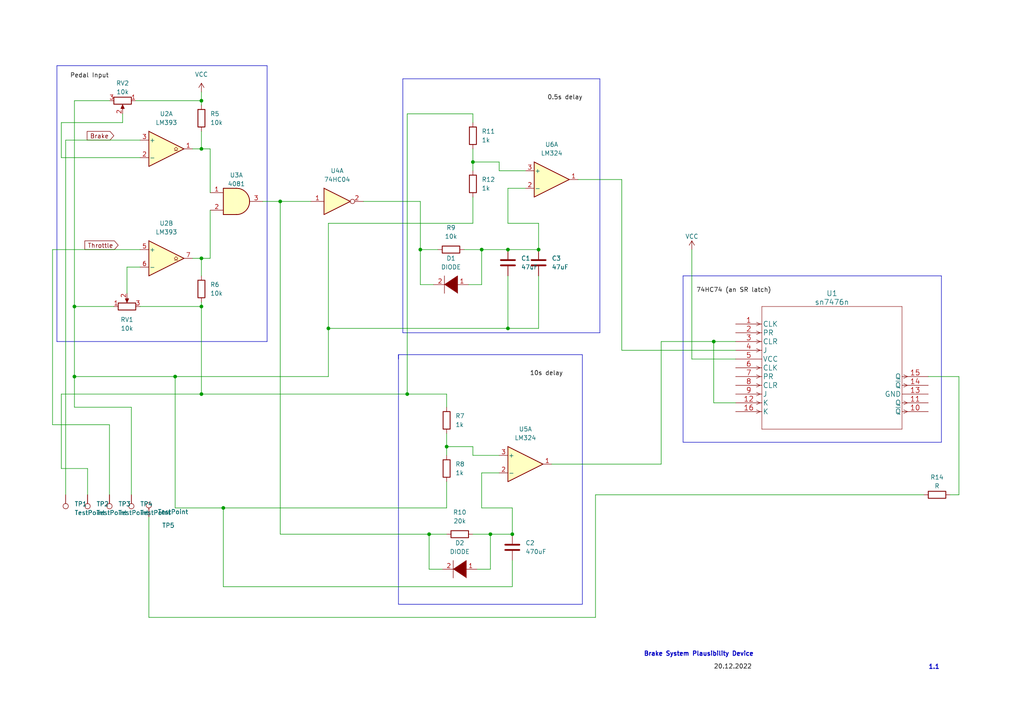
<source format=kicad_sch>
(kicad_sch (version 20230121) (generator eeschema)
  (paper "A4")
  (lib_symbols
    (symbol "2023-03-27_15-29-08:sn7476n" (pin_names (offset 0.254))
      (property "Reference" "U" (at 27.94 10.16 0))
      (property "Value" "sn7476n" (at 27.94 7.62 0))
      (symbol "sn7476n_1_1"
        (polyline (pts (xy 7.112 -25.4) (xy 6.0452 -25.908)) (stroke (width 0.127)))
        (polyline (pts (xy 7.112 -25.4) (xy 6.0452 -24.892)) (stroke (width 0.127)))
        (polyline (pts (xy 7.112 -22.86) (xy 6.0452 -23.368)) (stroke (width 0.127)))
        (polyline (pts (xy 7.112 -22.86) (xy 6.0452 -22.352)) (stroke (width 0.127)))
        (polyline (pts (xy 7.112 -20.32) (xy 6.0452 -20.828)) (stroke (width 0.127)))
        (polyline (pts (xy 7.112 -20.32) (xy 6.0452 -19.812)) (stroke (width 0.127)))
        (polyline (pts (xy 7.112 -17.78) (xy 6.0452 -18.288)) (stroke (width 0.127)))
        (polyline (pts (xy 7.112 -17.78) (xy 6.0452 -17.272)) (stroke (width 0.127)))
        (polyline (pts (xy 7.112 -15.24) (xy 6.0452 -15.748)) (stroke (width 0.127)))
        (polyline (pts (xy 7.112 -15.24) (xy 6.0452 -14.732)) (stroke (width 0.127)))
        (polyline (pts (xy 7.112 -12.7) (xy 6.0452 -13.208)) (stroke (width 0.127)))
        (polyline (pts (xy 7.112 -12.7) (xy 6.0452 -12.192)) (stroke (width 0.127)))
        (polyline (pts (xy 7.112 -7.62) (xy 6.0452 -8.128)) (stroke (width 0.127)))
        (polyline (pts (xy 7.112 -7.62) (xy 6.0452 -7.112)) (stroke (width 0.127)))
        (polyline (pts (xy 7.112 -5.08) (xy 6.0452 -5.588)) (stroke (width 0.127)))
        (polyline (pts (xy 7.112 -5.08) (xy 6.0452 -4.572)) (stroke (width 0.127)))
        (polyline (pts (xy 7.112 -2.54) (xy 6.0452 -3.048)) (stroke (width 0.127)))
        (polyline (pts (xy 7.112 -2.54) (xy 6.0452 -2.032)) (stroke (width 0.127)))
        (polyline (pts (xy 7.112 0) (xy 6.0452 -0.508)) (stroke (width 0.127)))
        (polyline (pts (xy 7.112 0) (xy 6.0452 0.508)) (stroke (width 0.127)))
        (polyline (pts (xy 7.62 -30.48) (xy 48.26 -30.48)) (stroke (width 0.127)))
        (polyline (pts (xy 7.62 5.08) (xy 7.62 -30.48)) (stroke (width 0.127)))
        (polyline (pts (xy 48.26 -30.48) (xy 48.26 5.08)) (stroke (width 0.127)))
        (polyline (pts (xy 48.26 5.08) (xy 7.62 5.08)) (stroke (width 0.127)))
        (polyline (pts (xy 48.768 -25.908) (xy 49.8348 -25.4)) (stroke (width 0.127)))
        (polyline (pts (xy 48.768 -24.892) (xy 49.8348 -25.4)) (stroke (width 0.127)))
        (polyline (pts (xy 48.768 -23.368) (xy 49.8348 -22.86)) (stroke (width 0.127)))
        (polyline (pts (xy 48.768 -22.352) (xy 49.8348 -22.86)) (stroke (width 0.127)))
        (polyline (pts (xy 48.768 -18.288) (xy 49.8348 -17.78)) (stroke (width 0.127)))
        (polyline (pts (xy 48.768 -17.272) (xy 49.8348 -17.78)) (stroke (width 0.127)))
        (polyline (pts (xy 48.768 -15.748) (xy 49.8348 -15.24)) (stroke (width 0.127)))
        (polyline (pts (xy 48.768 -14.732) (xy 49.8348 -15.24)) (stroke (width 0.127)))
        (pin input line (at 0 0 0) (length 7.62) (name "CLK") (number "1"))
        (pin output line (at 55.88 -25.4 180) (length 7.62) (name "~{Q}") (number "10"))
        (pin output line (at 55.88 -22.86 180) (length 7.62) (name "Q") (number "11"))
        (pin input line (at 0 -22.86 0) (length 7.62) (name "K") (number "12"))
        (pin power_in line (at 55.88 -20.32 180) (length 7.62) (name "GND") (number "13"))
        (pin output line (at 55.88 -17.78 180) (length 7.62) (name "~{Q}") (number "14"))
        (pin output line (at 55.88 -15.24 180) (length 7.62) (name "Q") (number "15"))
        (pin input line (at 0 -25.4 0) (length 7.62) (name "K") (number "16"))
        (pin input line (at 0 -2.54 0) (length 7.62) (name "PR") (number "2"))
        (pin input line (at 0 -5.08 0) (length 7.62) (name "CLR") (number "3"))
        (pin input line (at 0 -7.62 0) (length 7.62) (name "J") (number "4"))
        (pin power_in line (at 0 -10.16 0) (length 7.62) (name "VCC") (number "5"))
        (pin input line (at 0 -12.7 0) (length 7.62) (name "CLK") (number "6"))
        (pin input line (at 0 -15.24 0) (length 7.62) (name "PR") (number "7"))
        (pin input line (at 0 -17.78 0) (length 7.62) (name "CLR") (number "8"))
        (pin input line (at 0 -20.32 0) (length 7.62) (name "J") (number "9"))
      )
    )
    (symbol "4xxx:4081" (pin_names (offset 1.016))
      (property "Reference" "U" (at 0 1.27 0))
      (property "Value" "4081" (at 0 -1.27 0))
      (symbol "4081_1_1"
        (arc (start 0 -3.81) (mid 3.7934 0) (end 0 3.81) (stroke (width 0.254)) (fill (type background)))
        (polyline (pts (xy 0 3.81) (xy -3.81 3.81) (xy -3.81 -3.81) (xy 0 -3.81)) (stroke (width 0.254)) (fill (type background)))
        (pin input line (at -7.62 2.54 0) (length 3.81) (name "~") (number "1"))
        (pin input line (at -7.62 -2.54 0) (length 3.81) (name "~") (number "2"))
        (pin output line (at 7.62 0 180) (length 3.81) (name "~") (number "3"))
      )
      (symbol "4081_1_2"
        (arc (start -3.81 -3.81) (mid -2.589 0) (end -3.81 3.81) (stroke (width 0.254)))
        (arc (start -0.6096 -3.81) (mid 2.1842 -2.5851) (end 3.81 0) (stroke (width 0.254)) (fill (type background)))
        (polyline (pts (xy -3.81 -3.81) (xy -0.635 -3.81)) (stroke (width 0.254)) (fill (type background)))
        (polyline (pts (xy -3.81 3.81) (xy -0.635 3.81)) (stroke (width 0.254)) (fill (type background)))
        (polyline (pts (xy -0.635 3.81) (xy -3.81 3.81) (xy -3.81 3.81) (xy -3.556 3.4036) (xy -3.0226 2.2606) (xy -2.6924 1.0414) (xy -2.6162 -0.254) (xy -2.7686 -1.4986) (xy -3.175 -2.7178) (xy -3.81 -3.81) (xy -3.81 -3.81) (xy -0.635 -3.81)) (stroke (width -25.4)) (fill (type background)))
        (arc (start 3.81 0) (mid 2.1915 2.5936) (end -0.6096 3.81) (stroke (width 0.254)) (fill (type background)))
        (pin input inverted (at -7.62 2.54 0) (length 4.318) (name "~") (number "1"))
        (pin input inverted (at -7.62 -2.54 0) (length 4.318) (name "~") (number "2"))
        (pin output inverted (at 7.62 0 180) (length 3.81) (name "~") (number "3"))
      )
      (symbol "4081_2_1"
        (arc (start 0 -3.81) (mid 3.7934 0) (end 0 3.81) (stroke (width 0.254)) (fill (type background)))
        (polyline (pts (xy 0 3.81) (xy -3.81 3.81) (xy -3.81 -3.81) (xy 0 -3.81)) (stroke (width 0.254)) (fill (type background)))
        (pin output line (at 7.62 0 180) (length 3.81) (name "~") (number "4"))
        (pin input line (at -7.62 2.54 0) (length 3.81) (name "~") (number "5"))
        (pin input line (at -7.62 -2.54 0) (length 3.81) (name "~") (number "6"))
      )
      (symbol "4081_2_2"
        (arc (start -3.81 -3.81) (mid -2.589 0) (end -3.81 3.81) (stroke (width 0.254)))
        (arc (start -0.6096 -3.81) (mid 2.1842 -2.5851) (end 3.81 0) (stroke (width 0.254)) (fill (type background)))
        (polyline (pts (xy -3.81 -3.81) (xy -0.635 -3.81)) (stroke (width 0.254)) (fill (type background)))
        (polyline (pts (xy -3.81 3.81) (xy -0.635 3.81)) (stroke (width 0.254)) (fill (type background)))
        (polyline (pts (xy -0.635 3.81) (xy -3.81 3.81) (xy -3.81 3.81) (xy -3.556 3.4036) (xy -3.0226 2.2606) (xy -2.6924 1.0414) (xy -2.6162 -0.254) (xy -2.7686 -1.4986) (xy -3.175 -2.7178) (xy -3.81 -3.81) (xy -3.81 -3.81) (xy -0.635 -3.81)) (stroke (width -25.4)) (fill (type background)))
        (arc (start 3.81 0) (mid 2.1915 2.5936) (end -0.6096 3.81) (stroke (width 0.254)) (fill (type background)))
        (pin output inverted (at 7.62 0 180) (length 3.81) (name "~") (number "4"))
        (pin input inverted (at -7.62 2.54 0) (length 4.318) (name "~") (number "5"))
        (pin input inverted (at -7.62 -2.54 0) (length 4.318) (name "~") (number "6"))
      )
      (symbol "4081_3_1"
        (arc (start 0 -3.81) (mid 3.7934 0) (end 0 3.81) (stroke (width 0.254)) (fill (type background)))
        (polyline (pts (xy 0 3.81) (xy -3.81 3.81) (xy -3.81 -3.81) (xy 0 -3.81)) (stroke (width 0.254)) (fill (type background)))
        (pin output line (at 7.62 0 180) (length 3.81) (name "~") (number "10"))
        (pin input line (at -7.62 2.54 0) (length 3.81) (name "~") (number "8"))
        (pin input line (at -7.62 -2.54 0) (length 3.81) (name "~") (number "9"))
      )
      (symbol "4081_3_2"
        (arc (start -3.81 -3.81) (mid -2.589 0) (end -3.81 3.81) (stroke (width 0.254)))
        (arc (start -0.6096 -3.81) (mid 2.1842 -2.5851) (end 3.81 0) (stroke (width 0.254)) (fill (type background)))
        (polyline (pts (xy -3.81 -3.81) (xy -0.635 -3.81)) (stroke (width 0.254)) (fill (type background)))
        (polyline (pts (xy -3.81 3.81) (xy -0.635 3.81)) (stroke (width 0.254)) (fill (type background)))
        (polyline (pts (xy -0.635 3.81) (xy -3.81 3.81) (xy -3.81 3.81) (xy -3.556 3.4036) (xy -3.0226 2.2606) (xy -2.6924 1.0414) (xy -2.6162 -0.254) (xy -2.7686 -1.4986) (xy -3.175 -2.7178) (xy -3.81 -3.81) (xy -3.81 -3.81) (xy -0.635 -3.81)) (stroke (width -25.4)) (fill (type background)))
        (arc (start 3.81 0) (mid 2.1915 2.5936) (end -0.6096 3.81) (stroke (width 0.254)) (fill (type background)))
        (pin output inverted (at 7.62 0 180) (length 3.81) (name "~") (number "10"))
        (pin input inverted (at -7.62 2.54 0) (length 4.318) (name "~") (number "8"))
        (pin input inverted (at -7.62 -2.54 0) (length 4.318) (name "~") (number "9"))
      )
      (symbol "4081_4_1"
        (arc (start 0 -3.81) (mid 3.7934 0) (end 0 3.81) (stroke (width 0.254)) (fill (type background)))
        (polyline (pts (xy 0 3.81) (xy -3.81 3.81) (xy -3.81 -3.81) (xy 0 -3.81)) (stroke (width 0.254)) (fill (type background)))
        (pin output line (at 7.62 0 180) (length 3.81) (name "~") (number "11"))
        (pin input line (at -7.62 2.54 0) (length 3.81) (name "~") (number "12"))
        (pin input line (at -7.62 -2.54 0) (length 3.81) (name "~") (number "13"))
      )
      (symbol "4081_4_2"
        (arc (start -3.81 -3.81) (mid -2.589 0) (end -3.81 3.81) (stroke (width 0.254)))
        (arc (start -0.6096 -3.81) (mid 2.1842 -2.5851) (end 3.81 0) (stroke (width 0.254)) (fill (type background)))
        (polyline (pts (xy -3.81 -3.81) (xy -0.635 -3.81)) (stroke (width 0.254)) (fill (type background)))
        (polyline (pts (xy -3.81 3.81) (xy -0.635 3.81)) (stroke (width 0.254)) (fill (type background)))
        (polyline (pts (xy -0.635 3.81) (xy -3.81 3.81) (xy -3.81 3.81) (xy -3.556 3.4036) (xy -3.0226 2.2606) (xy -2.6924 1.0414) (xy -2.6162 -0.254) (xy -2.7686 -1.4986) (xy -3.175 -2.7178) (xy -3.81 -3.81) (xy -3.81 -3.81) (xy -0.635 -3.81)) (stroke (width -25.4)) (fill (type background)))
        (arc (start 3.81 0) (mid 2.1915 2.5936) (end -0.6096 3.81) (stroke (width 0.254)) (fill (type background)))
        (pin output inverted (at 7.62 0 180) (length 3.81) (name "~") (number "11"))
        (pin input inverted (at -7.62 2.54 0) (length 4.318) (name "~") (number "12"))
        (pin input inverted (at -7.62 -2.54 0) (length 4.318) (name "~") (number "13"))
      )
      (symbol "4081_5_0"
        (pin power_in line (at 0 12.7 270) (length 5.08) (name "VDD") (number "14"))
        (pin power_in line (at 0 -12.7 90) (length 5.08) (name "VSS") (number "7"))
      )
      (symbol "4081_5_1"
        (rectangle (start -5.08 7.62) (end 5.08 -7.62) (stroke (width 0.254)) (fill (type background)))
      )
    )
    (symbol "74xx:74HC04"
      (property "Reference" "U" (at 0 1.27 0))
      (property "Value" "74HC04" (at 0 -1.27 0))
      (symbol "74HC04_1_0"
        (polyline (pts (xy -3.81 3.81) (xy -3.81 -3.81) (xy 3.81 0) (xy -3.81 3.81)) (stroke (width 0.254)) (fill (type background)))
        (pin input line (at -7.62 0 0) (length 3.81) (name "~") (number "1"))
        (pin output inverted (at 7.62 0 180) (length 3.81) (name "~") (number "2"))
      )
      (symbol "74HC04_2_0"
        (polyline (pts (xy -3.81 3.81) (xy -3.81 -3.81) (xy 3.81 0) (xy -3.81 3.81)) (stroke (width 0.254)) (fill (type background)))
        (pin input line (at -7.62 0 0) (length 3.81) (name "~") (number "3"))
        (pin output inverted (at 7.62 0 180) (length 3.81) (name "~") (number "4"))
      )
      (symbol "74HC04_3_0"
        (polyline (pts (xy -3.81 3.81) (xy -3.81 -3.81) (xy 3.81 0) (xy -3.81 3.81)) (stroke (width 0.254)) (fill (type background)))
        (pin input line (at -7.62 0 0) (length 3.81) (name "~") (number "5"))
        (pin output inverted (at 7.62 0 180) (length 3.81) (name "~") (number "6"))
      )
      (symbol "74HC04_4_0"
        (polyline (pts (xy -3.81 3.81) (xy -3.81 -3.81) (xy 3.81 0) (xy -3.81 3.81)) (stroke (width 0.254)) (fill (type background)))
        (pin output inverted (at 7.62 0 180) (length 3.81) (name "~") (number "8"))
        (pin input line (at -7.62 0 0) (length 3.81) (name "~") (number "9"))
      )
      (symbol "74HC04_5_0"
        (polyline (pts (xy -3.81 3.81) (xy -3.81 -3.81) (xy 3.81 0) (xy -3.81 3.81)) (stroke (width 0.254)) (fill (type background)))
        (pin output inverted (at 7.62 0 180) (length 3.81) (name "~") (number "10"))
        (pin input line (at -7.62 0 0) (length 3.81) (name "~") (number "11"))
      )
      (symbol "74HC04_6_0"
        (polyline (pts (xy -3.81 3.81) (xy -3.81 -3.81) (xy 3.81 0) (xy -3.81 3.81)) (stroke (width 0.254)) (fill (type background)))
        (pin output inverted (at 7.62 0 180) (length 3.81) (name "~") (number "12"))
        (pin input line (at -7.62 0 0) (length 3.81) (name "~") (number "13"))
      )
      (symbol "74HC04_7_0"
        (pin power_in line (at 0 12.7 270) (length 5.08) (name "VCC") (number "14"))
        (pin power_in line (at 0 -12.7 90) (length 5.08) (name "GND") (number "7"))
      )
      (symbol "74HC04_7_1"
        (rectangle (start -5.08 7.62) (end 5.08 -7.62) (stroke (width 0.254)) (fill (type background)))
      )
    )
    (symbol "Amplifier_Operational:LM324" (pin_names (offset 0.127))
      (property "Reference" "U" (at 0 5.08 0))
      (property "Value" "LM324" (at 0 -5.08 0))
      (symbol "LM324_1_1"
        (polyline (pts (xy -5.08 5.08) (xy 5.08 0) (xy -5.08 -5.08) (xy -5.08 5.08)) (stroke (width 0.254)) (fill (type background)))
        (pin output line (at 7.62 0 180) (length 2.54) (name "~") (number "1"))
        (pin input line (at -7.62 -2.54 0) (length 2.54) (name "-") (number "2"))
        (pin input line (at -7.62 2.54 0) (length 2.54) (name "+") (number "3"))
      )
      (symbol "LM324_2_1"
        (polyline (pts (xy -5.08 5.08) (xy 5.08 0) (xy -5.08 -5.08) (xy -5.08 5.08)) (stroke (width 0.254)) (fill (type background)))
        (pin input line (at -7.62 2.54 0) (length 2.54) (name "+") (number "5"))
        (pin input line (at -7.62 -2.54 0) (length 2.54) (name "-") (number "6"))
        (pin output line (at 7.62 0 180) (length 2.54) (name "~") (number "7"))
      )
      (symbol "LM324_3_1"
        (polyline (pts (xy -5.08 5.08) (xy 5.08 0) (xy -5.08 -5.08) (xy -5.08 5.08)) (stroke (width 0.254)) (fill (type background)))
        (pin input line (at -7.62 2.54 0) (length 2.54) (name "+") (number "10"))
        (pin output line (at 7.62 0 180) (length 2.54) (name "~") (number "8"))
        (pin input line (at -7.62 -2.54 0) (length 2.54) (name "-") (number "9"))
      )
      (symbol "LM324_4_1"
        (polyline (pts (xy -5.08 5.08) (xy 5.08 0) (xy -5.08 -5.08) (xy -5.08 5.08)) (stroke (width 0.254)) (fill (type background)))
        (pin input line (at -7.62 2.54 0) (length 2.54) (name "+") (number "12"))
        (pin input line (at -7.62 -2.54 0) (length 2.54) (name "-") (number "13"))
        (pin output line (at 7.62 0 180) (length 2.54) (name "~") (number "14"))
      )
      (symbol "LM324_5_1"
        (pin power_in line (at -2.54 -7.62 90) (length 3.81) (name "V-") (number "11"))
        (pin power_in line (at -2.54 7.62 270) (length 3.81) (name "V+") (number "4"))
      )
    )
    (symbol "Comparator:LM393" (pin_names (offset 0.127))
      (property "Reference" "U" (at 3.81 3.81 0))
      (property "Value" "LM393" (at 6.35 -3.81 0))
      (symbol "LM393_1_1"
        (polyline (pts (xy -5.08 5.08) (xy 5.08 0) (xy -5.08 -5.08) (xy -5.08 5.08)) (stroke (width 0.254)) (fill (type background)))
        (polyline (pts (xy 3.302 -0.508) (xy 2.794 -0.508) (xy 3.302 0) (xy 2.794 0.508) (xy 2.286 0) (xy 2.794 -0.508) (xy 2.286 -0.508)) (stroke (width 0.127)))
        (pin open_collector line (at 7.62 0 180) (length 2.54) (name "~") (number "1"))
        (pin input line (at -7.62 -2.54 0) (length 2.54) (name "-") (number "2"))
        (pin input line (at -7.62 2.54 0) (length 2.54) (name "+") (number "3"))
      )
      (symbol "LM393_2_1"
        (polyline (pts (xy -5.08 5.08) (xy 5.08 0) (xy -5.08 -5.08) (xy -5.08 5.08)) (stroke (width 0.254)) (fill (type background)))
        (polyline (pts (xy 3.302 -0.508) (xy 2.794 -0.508) (xy 3.302 0) (xy 2.794 0.508) (xy 2.286 0) (xy 2.794 -0.508) (xy 2.286 -0.508)) (stroke (width 0.127)))
        (pin input line (at -7.62 2.54 0) (length 2.54) (name "+") (number "5"))
        (pin input line (at -7.62 -2.54 0) (length 2.54) (name "-") (number "6"))
        (pin open_collector line (at 7.62 0 180) (length 2.54) (name "~") (number "7"))
      )
      (symbol "LM393_3_1"
        (pin power_in line (at -2.54 -7.62 90) (length 3.81) (name "V-") (number "4"))
        (pin power_in line (at -2.54 7.62 270) (length 3.81) (name "V+") (number "8"))
      )
    )
    (symbol "Connector:TestPoint" (pin_numbers hide) (pin_names (offset 0.762) hide)
      (property "Reference" "TP" (at 0 6.858 0))
      (property "Value" "TestPoint" (at 0 5.08 0))
      (symbol "TestPoint_0_1"
        (circle (center 0 3.302) (radius 0.762))
      )
      (symbol "TestPoint_1_1"
        (pin passive line (at 0 0 90) (length 2.54) (name "1") (number "1"))
      )
    )
    (symbol "Device:C" (pin_numbers hide) (pin_names (offset 0.254))
      (property "Reference" "C" (at 0.635 2.54 0))
      (property "Value" "C" (at 0.635 -2.54 0))
      (symbol "C_0_1"
        (polyline (pts (xy -2.032 -0.762) (xy 2.032 -0.762)) (stroke (width 0.508)))
        (polyline (pts (xy -2.032 0.762) (xy 2.032 0.762)) (stroke (width 0.508)))
      )
      (symbol "C_1_1"
        (pin passive line (at 0 3.81 270) (length 2.794) (name "~") (number "1"))
        (pin passive line (at 0 -3.81 90) (length 2.794) (name "~") (number "2"))
      )
    )
    (symbol "Device:R" (pin_numbers hide) (pin_names (offset 0))
      (property "Reference" "R" (at 2.032 0 90))
      (property "Value" "R" (at 0 0 90))
      (symbol "R_0_1"
        (rectangle (start -1.016 -2.54) (end 1.016 2.54) (stroke (width 0.254)))
      )
      (symbol "R_1_1"
        (pin passive line (at 0 3.81 270) (length 1.27) (name "~") (number "1"))
        (pin passive line (at 0 -3.81 90) (length 1.27) (name "~") (number "2"))
      )
    )
    (symbol "Device:R_Potentiometer" (pin_names (offset 1.016) hide)
      (property "Reference" "RV" (at -4.445 0 90))
      (property "Value" "R_Potentiometer" (at -2.54 0 90))
      (symbol "R_Potentiometer_0_1"
        (polyline (pts (xy 2.54 0) (xy 1.524 0)))
        (polyline (pts (xy 1.143 0) (xy 2.286 0.508) (xy 2.286 -0.508) (xy 1.143 0)) (fill (type outline)))
        (rectangle (start 1.016 2.54) (end -1.016 -2.54) (stroke (width 0.254)))
      )
      (symbol "R_Potentiometer_1_1"
        (pin passive line (at 0 3.81 270) (length 1.27) (name "1") (number "1"))
        (pin passive line (at 3.81 0 180) (length 1.27) (name "2") (number "2"))
        (pin passive line (at 0 -3.81 90) (length 1.27) (name "3") (number "3"))
      )
    )
    (symbol "VCC_1" (power) (pin_names (offset 0))
      (property "Value" "VCC_1" (at 0 3.81 0))
      (symbol "VCC_1_0_1"
        (polyline (pts (xy -0.762 1.27) (xy 0 2.54)))
        (polyline (pts (xy 0 0) (xy 0 2.54)))
        (polyline (pts (xy 0 2.54) (xy 0.762 1.27)))
      )
      (symbol "VCC_1_1_1"
        (pin power_in line (at 0 0 90) (length 0) hide (name "VCC") (number "1"))
      )
    )
    (symbol "power:VCC" (power) (pin_names (offset 0))
      (property "Value" "VCC" (at 0 3.81 0))
      (symbol "VCC_0_1"
        (polyline (pts (xy -0.762 1.27) (xy 0 2.54)))
        (polyline (pts (xy 0 0) (xy 0 2.54)))
        (polyline (pts (xy 0 2.54) (xy 0.762 1.27)))
      )
      (symbol "VCC_1_1"
        (pin power_in line (at 0 0 90) (length 0) hide (name "VCC") (number "1"))
      )
    )
    (symbol "pspice:DIODE" (pin_names (offset 1.016) hide)
      (property "Reference" "D" (at 0 3.81 0))
      (property "Value" "DIODE" (at 0 -4.445 0))
      (symbol "DIODE_0_1"
        (polyline (pts (xy 1.905 2.54) (xy 1.905 -2.54)))
        (polyline (pts (xy -1.905 2.54) (xy -1.905 -2.54) (xy 1.905 0)) (fill (type outline)))
      )
      (symbol "DIODE_1_1"
        (pin input line (at -5.08 0 0) (length 3.81) (name "K") (number "1"))
        (pin input line (at 5.08 0 180) (length 3.81) (name "A") (number "2"))
      )
    )
  )
  (junction (at 58.42 114.3))
  (junction (at 64.77 147.32))
  (junction (at 147.32 72.39))
  (junction (at 50.8 109.22))
  (junction (at 148.59 154.94))
  (junction (at 156.21 72.39))
  (junction (at 121.92 72.39))
  (junction (at 58.42 74.93))
  (junction (at 129.54 129.54))
  (junction (at 207.01 99.06))
  (junction (at 21.59 109.22))
  (junction (at 81.28 58.42))
  (junction (at 58.42 29.21))
  (junction (at 142.24 154.94))
  (junction (at 124.46 154.94))
  (junction (at 58.42 43.18))
  (junction (at 147.32 95.25))
  (junction (at 21.59 88.9))
  (junction (at 95.25 95.25))
  (junction (at 118.11 114.3))
  (junction (at 139.7 72.39))
  (junction (at 58.42 88.9))
  (junction (at 137.16 46.99))
  (wire (pts (xy 148.59 147.32) (xy 139.7 147.32)))
  (wire (pts (xy 64.77 147.32) (xy 64.77 170.18)))
  (wire (pts (xy 278.13 109.22) (xy 269.24 109.22)))
  (wire (pts (xy 21.59 29.21) (xy 31.75 29.21)))
  (polyline (pts (xy 77.47 19.05) (xy 16.51 19.05)))
  (wire (pts (xy 40.64 88.9) (xy 58.42 88.9)))
  (wire (pts (xy 156.21 95.25) (xy 147.32 95.25)))
  (wire (pts (xy 137.16 46.99) (xy 144.78 46.99)))
  (polyline (pts (xy 168.91 102.87) (xy 115.57 102.87)))
  (wire (pts (xy 95.25 64.77) (xy 95.25 95.25)))
  (wire (pts (xy 128.27 165.1) (xy 124.46 165.1)))
  (wire (pts (xy 15.24 123.19) (xy 31.75 123.19)))
  (wire (pts (xy 58.42 114.3) (xy 17.78 114.3)))
  (wire (pts (xy 172.72 143.51) (xy 172.72 179.07)))
  (wire (pts (xy 17.78 45.72) (xy 40.64 45.72)))
  (wire (pts (xy 180.34 101.6) (xy 213.36 101.6)))
  (wire (pts (xy 125.73 82.55) (xy 121.92 82.55)))
  (wire (pts (xy 148.59 154.94) (xy 148.59 147.32)))
  (wire (pts (xy 64.77 147.32) (xy 50.8 147.32)))
  (wire (pts (xy 58.42 74.93) (xy 58.42 80.01)))
  (polyline (pts (xy 198.12 80.01) (xy 273.05 80.01)))
  (wire (pts (xy 213.36 104.14) (xy 200.66 104.14)))
  (polyline (pts (xy 115.57 102.87) (xy 115.57 175.26)))
  (polyline (pts (xy 116.84 22.86) (xy 116.84 96.52)))
  (wire (pts (xy 147.32 95.25) (xy 95.25 95.25)))
  (wire (pts (xy 50.8 147.32) (xy 50.8 109.22)))
  (wire (pts (xy 31.75 123.19) (xy 31.75 143.51)))
  (polyline (pts (xy 198.12 128.27) (xy 198.12 80.01)))
  (wire (pts (xy 137.16 33.02) (xy 118.11 33.02)))
  (wire (pts (xy 191.77 99.06) (xy 191.77 134.62)))
  (wire (pts (xy 200.66 72.39) (xy 200.66 104.14)))
  (wire (pts (xy 147.32 64.77) (xy 147.32 54.61)))
  (wire (pts (xy 207.01 99.06) (xy 191.77 99.06)))
  (polyline (pts (xy 273.05 80.01) (xy 273.05 128.27)))
  (wire (pts (xy 50.8 109.22) (xy 21.59 109.22)))
  (wire (pts (xy 137.16 46.99) (xy 137.16 49.53)))
  (wire (pts (xy 35.56 33.02) (xy 35.56 35.56)))
  (wire (pts (xy 137.16 43.18) (xy 137.16 46.99)))
  (polyline (pts (xy 116.84 96.52) (xy 173.99 96.52)))
  (wire (pts (xy 60.96 43.18) (xy 60.96 55.88)))
  (polyline (pts (xy 16.51 19.05) (xy 16.51 99.06)))
  (wire (pts (xy 139.7 72.39) (xy 139.7 82.55)))
  (wire (pts (xy 124.46 165.1) (xy 124.46 154.94)))
  (wire (pts (xy 15.24 72.39) (xy 15.24 123.19)))
  (wire (pts (xy 21.59 109.22) (xy 21.59 118.11)))
  (wire (pts (xy 129.54 114.3) (xy 129.54 118.11)))
  (wire (pts (xy 25.4 135.89) (xy 25.4 143.51)))
  (wire (pts (xy 213.36 99.06) (xy 207.01 99.06)))
  (wire (pts (xy 129.54 129.54) (xy 129.54 132.08)))
  (wire (pts (xy 81.28 154.94) (xy 81.28 58.42)))
  (wire (pts (xy 38.1 118.11) (xy 21.59 118.11)))
  (wire (pts (xy 129.54 125.73) (xy 129.54 129.54)))
  (wire (pts (xy 36.83 77.47) (xy 40.64 77.47)))
  (wire (pts (xy 58.42 88.9) (xy 58.42 114.3)))
  (wire (pts (xy 139.7 137.16) (xy 144.78 137.16)))
  (wire (pts (xy 139.7 72.39) (xy 147.32 72.39)))
  (wire (pts (xy 17.78 114.3) (xy 17.78 135.89)))
  (wire (pts (xy 21.59 88.9) (xy 21.59 109.22)))
  (wire (pts (xy 142.24 154.94) (xy 142.24 165.1)))
  (wire (pts (xy 60.96 60.96) (xy 60.96 74.93)))
  (wire (pts (xy 55.88 74.93) (xy 58.42 74.93)))
  (wire (pts (xy 118.11 33.02) (xy 118.11 114.3)))
  (wire (pts (xy 160.02 134.62) (xy 191.77 134.62)))
  (wire (pts (xy 156.21 72.39) (xy 156.21 64.77)))
  (wire (pts (xy 105.41 58.42) (xy 121.92 58.42)))
  (wire (pts (xy 40.64 72.39) (xy 15.24 72.39)))
  (polyline (pts (xy 115.57 102.87) (xy 115.57 104.14)))
  (wire (pts (xy 39.37 29.21) (xy 58.42 29.21)))
  (wire (pts (xy 21.59 88.9) (xy 33.02 88.9)))
  (wire (pts (xy 156.21 80.01) (xy 156.21 95.25)))
  (wire (pts (xy 137.16 154.94) (xy 142.24 154.94)))
  (wire (pts (xy 156.21 64.77) (xy 147.32 64.77)))
  (wire (pts (xy 137.16 64.77) (xy 95.25 64.77)))
  (wire (pts (xy 43.18 179.07) (xy 172.72 179.07)))
  (wire (pts (xy 17.78 35.56) (xy 17.78 45.72)))
  (polyline (pts (xy 115.57 175.26) (xy 168.91 175.26)))
  (wire (pts (xy 139.7 82.55) (xy 135.89 82.55)))
  (wire (pts (xy 121.92 58.42) (xy 121.92 72.39)))
  (wire (pts (xy 19.05 40.64) (xy 19.05 143.51)))
  (wire (pts (xy 278.13 109.22) (xy 278.13 143.51)))
  (wire (pts (xy 137.16 33.02) (xy 137.16 35.56)))
  (wire (pts (xy 129.54 139.7) (xy 129.54 147.32)))
  (wire (pts (xy 124.46 154.94) (xy 129.54 154.94)))
  (polyline (pts (xy 273.05 128.27) (xy 198.12 128.27)))
  (wire (pts (xy 139.7 147.32) (xy 139.7 137.16)))
  (polyline (pts (xy 173.99 22.86) (xy 116.84 22.86)))
  (wire (pts (xy 58.42 38.1) (xy 58.42 43.18)))
  (wire (pts (xy 144.78 46.99) (xy 144.78 49.53)))
  (wire (pts (xy 147.32 54.61) (xy 152.4 54.61)))
  (wire (pts (xy 137.16 57.15) (xy 137.16 64.77)))
  (wire (pts (xy 118.11 114.3) (xy 58.42 114.3)))
  (wire (pts (xy 58.42 26.67) (xy 58.42 29.21)))
  (wire (pts (xy 129.54 129.54) (xy 137.16 129.54)))
  (wire (pts (xy 278.13 143.51) (xy 275.59 143.51)))
  (wire (pts (xy 144.78 49.53) (xy 152.4 49.53)))
  (wire (pts (xy 81.28 154.94) (xy 124.46 154.94)))
  (wire (pts (xy 148.59 162.56) (xy 148.59 170.18)))
  (wire (pts (xy 137.16 132.08) (xy 144.78 132.08)))
  (wire (pts (xy 95.25 95.25) (xy 95.25 109.22)))
  (wire (pts (xy 147.32 72.39) (xy 156.21 72.39)))
  (wire (pts (xy 121.92 82.55) (xy 121.92 72.39)))
  (wire (pts (xy 40.64 40.64) (xy 19.05 40.64)))
  (wire (pts (xy 180.34 52.07) (xy 167.64 52.07)))
  (wire (pts (xy 213.36 116.84) (xy 207.01 116.84)))
  (wire (pts (xy 35.56 35.56) (xy 17.78 35.56)))
  (polyline (pts (xy 173.99 96.52) (xy 173.99 22.86)))
  (wire (pts (xy 147.32 80.01) (xy 147.32 95.25)))
  (wire (pts (xy 180.34 52.07) (xy 180.34 101.6)))
  (wire (pts (xy 58.42 88.9) (xy 58.42 87.63)))
  (wire (pts (xy 55.88 43.18) (xy 58.42 43.18)))
  (polyline (pts (xy 77.47 99.06) (xy 77.47 19.05)))
  (wire (pts (xy 38.1 143.51) (xy 38.1 118.11)))
  (wire (pts (xy 134.62 72.39) (xy 139.7 72.39)))
  (wire (pts (xy 58.42 74.93) (xy 60.96 74.93)))
  (wire (pts (xy 142.24 165.1) (xy 138.43 165.1)))
  (wire (pts (xy 81.28 58.42) (xy 90.17 58.42)))
  (wire (pts (xy 267.97 143.51) (xy 172.72 143.51)))
  (wire (pts (xy 58.42 29.21) (xy 58.42 30.48)))
  (wire (pts (xy 207.01 116.84) (xy 207.01 99.06)))
  (wire (pts (xy 129.54 147.32) (xy 64.77 147.32)))
  (wire (pts (xy 142.24 154.94) (xy 148.59 154.94)))
  (wire (pts (xy 36.83 77.47) (xy 36.83 85.09)))
  (wire (pts (xy 148.59 170.18) (xy 64.77 170.18)))
  (wire (pts (xy 137.16 129.54) (xy 137.16 132.08)))
  (wire (pts (xy 76.2 58.42) (xy 81.28 58.42)))
  (wire (pts (xy 129.54 114.3) (xy 118.11 114.3)))
  (wire (pts (xy 58.42 43.18) (xy 60.96 43.18)))
  (wire (pts (xy 95.25 109.22) (xy 50.8 109.22)))
  (wire (pts (xy 121.92 72.39) (xy 127 72.39)))
  (wire (pts (xy 17.78 135.89) (xy 25.4 135.89)))
  (wire (pts (xy 43.18 149.86) (xy 43.18 179.07)))
  (polyline (pts (xy 168.91 175.26) (xy 168.91 102.87)))
  (polyline (pts (xy 16.51 99.06) (xy 77.47 99.06)))
  (wire (pts (xy 21.59 29.21) (xy 21.59 88.9)))
  (text "Brake System Plausibility Device" (at 186.69 190.5 0) (effects (font (size 1.27 1.27) (thickness 0.254) bold) (justify left bottom)))
  (text "1.1" (at 269.24 194.31 0) (effects (font (size 1.27 1.27) bold) (justify left bottom)))
  (label "74HC74 (an SR latch)" (at 201.93 85.09 0))
  (label "0.5s delay" (at 158.75 29.21 0))
  (label "Pedal Input" (at 20.32 22.86 0))
  (label "10s delay" (at 153.67 109.22 0))
  (label "20.12.2022" (at 207.01 194.31 0))
  (global_label "Brake" (shape input) (at 33.02 39.37 180) (property "Intersheetrefs" "${INTERSHEET_REFS}" (effects hide)))
  (global_label "Throttle" (shape input) (at 34.29 71.12 180) (property "Intersheetrefs" "${INTERSHEET_REFS}" (effects hide)))
  (symbol (lib_id "Device:R") (at 129.54 121.92 0) (unit 1)
    (property "Reference" "R7" (at 132.08 120.6499 0) (effects (justify left)))
    (property "Value" "1k" (at 132.08 123.1899 0) (effects (justify left)))
    (property "Footprint" "Resistor_THT:R_Axial_DIN0204_L3.6mm_D1.6mm_P1.90mm_Vertical" (effects hide))
  )
  (symbol (lib_id "power:VCC") (at 58.42 26.67 0) (unit 1)
    (property "Reference" "#PWR0104" (effects hide))
    (property "Value" "VCC" (at 58.42 21.59 0))
  )
  (symbol (lib_id "Device:C") (at 156.21 76.2 0) (unit 1)
    (property "Reference" "C3" (at 160.02 74.9299 0) (effects (justify left)))
    (property "Value" "47uF" (at 160.02 77.4699 0) (effects (justify left)))
    (property "Footprint" "Capacitor_SMD:C_0201_0603Metric" (effects hide))
  )
  (symbol (lib_id "Device:R") (at 137.16 53.34 0) (unit 1)
    (property "Reference" "R12" (at 139.7 52.0699 0) (effects (justify left)))
    (property "Value" "1k" (at 139.7 54.6099 0) (effects (justify left)))
    (property "Footprint" "Resistor_THT:R_Axial_DIN0204_L3.6mm_D1.6mm_P1.90mm_Vertical" (effects hide))
  )
  (symbol (lib_id "Connector:TestPoint") (at 43.18 149.86 0) (unit 1)
    (property "Reference" "TP5" (at 46.99 152.4 0) (effects (justify left)))
    (property "Value" "TestPoint" (at 45.72 148.463 0) (effects (justify left)))
    (property "Footprint" "Connector_Pin:Pin_D0.7mm_L6.5mm_W1.8mm_FlatFork" (effects hide))
  )
  (symbol (lib_id "Device:R_Potentiometer") (at 35.56 29.21 270) (unit 1)
    (property "Reference" "RV2" (at 35.56 24.13 90))
    (property "Value" "10k" (at 35.56 26.67 90))
    (property "Footprint" "Potentiometer_THT:Potentiometer_ACP_CA9-H3,8_Horizontal" (effects hide))
  )
  (symbol (lib_id "Device:C") (at 148.59 158.75 0) (unit 1)
    (property "Reference" "C2" (at 152.4 157.4799 0) (effects (justify left)))
    (property "Value" "470uF" (at 152.4 160.0199 0) (effects (justify left)))
    (property "Footprint" "Capacitor_SMD:C_0201_0603Metric" (effects hide))
  )
  (symbol (lib_id "Device:R") (at 129.54 135.89 0) (unit 1)
    (property "Reference" "R8" (at 132.08 134.6199 0) (effects (justify left)))
    (property "Value" "1k" (at 132.08 137.1599 0) (effects (justify left)))
    (property "Footprint" "Resistor_THT:R_Axial_DIN0204_L3.6mm_D1.6mm_P1.90mm_Vertical" (effects hide))
  )
  (symbol (lib_id "Device:R_Potentiometer") (at 36.83 88.9 90) (unit 1)
    (property "Reference" "RV1" (at 36.83 92.71 90))
    (property "Value" "10k" (at 36.83 95.25 90))
    (property "Footprint" "Potentiometer_THT:Potentiometer_ACP_CA9-H3,8_Horizontal" (effects hide))
  )
  (symbol (lib_id "Device:R") (at 137.16 39.37 0) (unit 1)
    (property "Reference" "R11" (at 139.7 38.0999 0) (effects (justify left)))
    (property "Value" "1k" (at 139.7 40.6399 0) (effects (justify left)))
    (property "Footprint" "Resistor_THT:R_Axial_DIN0204_L3.6mm_D1.6mm_P1.90mm_Vertical" (effects hide))
  )
  (symbol (lib_id "Device:C") (at 147.32 76.2 0) (unit 1)
    (property "Reference" "C1" (at 151.13 74.9299 0) (effects (justify left)))
    (property "Value" "47uF" (at 151.13 77.4699 0) (effects (justify left)))
    (property "Footprint" "Capacitor_SMD:C_0201_0603Metric" (effects hide))
  )
  (symbol (lib_id "pspice:DIODE") (at 133.35 165.1 180) (unit 1)
    (property "Reference" "D2" (at 133.35 157.48 0))
    (property "Value" "DIODE" (at 133.35 160.02 0))
    (property "Footprint" "Diode_SMD:D_MELF" (effects hide))
  )
  (symbol (lib_id "Device:R") (at 133.35 154.94 90) (unit 1)
    (property "Reference" "R10" (at 133.35 148.59 90))
    (property "Value" "20k" (at 133.35 151.13 90))
    (property "Footprint" "Resistor_THT:R_Axial_DIN0204_L3.6mm_D1.6mm_P1.90mm_Vertical" (effects hide))
  )
  (symbol (lib_id "74xx:74HC04") (at 97.79 58.42 0) (unit 1)
    (property "Reference" "U4" (at 97.79 49.53 0))
    (property "Value" "74HC04" (at 97.79 52.07 0))
    (property "Footprint" "Package_DIP:DIP-14_W7.62mm" (effects hide))
    (property "Datasheet" "https://assets.nexperia.com/documents/data-sheet/74HC_HCT04.pdf" (effects hide))
  )
  (symbol (lib_id "Device:R") (at 130.81 72.39 90) (unit 1)
    (property "Reference" "R9" (at 130.81 66.04 90))
    (property "Value" "10k" (at 130.81 68.58 90))
    (property "Footprint" "Resistor_THT:R_Axial_DIN0204_L3.6mm_D1.6mm_P1.90mm_Vertical" (effects hide))
  )
  (symbol (lib_id "pspice:DIODE") (at 130.81 82.55 180) (unit 1)
    (property "Reference" "D1" (at 130.81 74.93 0))
    (property "Value" "DIODE" (at 130.81 77.47 0))
    (property "Footprint" "Diode_SMD:D_MELF" (effects hide))
  )
  (symbol (lib_id "Amplifier_Operational:LM324") (at 160.02 52.07 0) (unit 1)
    (property "Reference" "U6" (at 160.02 41.91 0))
    (property "Value" "LM324" (at 160.02 44.45 0))
    (property "Footprint" "Package_DIP:DIP-14_W7.62mm" (effects hide))
    (property "Datasheet" "http://www.ti.com/lit/ds/symlink/lm2902-n.pdf" (effects hide))
  )
  (symbol (lib_id "2023-03-27_15-29-08:sn7476n") (at 213.36 93.98 0) (unit 1)
    (property "Reference" "U1" (at 241.3 85.09 0) (effects (font (size 1.524 1.524))))
    (property "Value" "sn7476n" (at 241.3 87.63 0) (effects (font (size 1.524 1.524))))
    (property "Footprint" "Package_DIP:DIP-14_W7.62mm_Socket" (effects hide))
  )
  (symbol (lib_id "Comparator:LM393") (at 48.26 74.93 0) (unit 2)
    (property "Reference" "U2" (at 48.26 64.77 0))
    (property "Value" "LM393" (at 48.26 67.31 0))
    (property "Footprint" "Package_DIP:DIP-8-16_W7.62mm" (effects hide))
    (property "Datasheet" "http://www.ti.com/lit/ds/symlink/lm393.pdf" (effects hide))
  )
  (symbol (lib_id "Connector:TestPoint") (at 38.1 143.51 180) (unit 1)
    (property "Reference" "TP4" (at 40.64 146.177 0) (effects (justify right)))
    (property "Value" "TestPoint" (at 40.64 148.717 0) (effects (justify right)))
    (property "Footprint" "Connector_Pin:Pin_D0.7mm_L6.5mm_W1.8mm_FlatFork" (effects hide))
  )
  (symbol (lib_id "Device:R") (at 271.78 143.51 270) (unit 1)
    (property "Reference" "R14" (at 271.78 138.43 90))
    (property "Value" "R" (at 271.78 140.97 90))
    (property "Footprint" "Resistor_THT:R_Axial_DIN0204_L3.6mm_D1.6mm_P1.90mm_Vertical" (effects hide))
  )
  (symbol (lib_id "Connector:TestPoint") (at 31.75 143.51 180) (unit 1)
    (property "Reference" "TP3" (at 34.29 146.177 0) (effects (justify right)))
    (property "Value" "TestPoint" (at 34.29 148.717 0) (effects (justify right)))
    (property "Footprint" "Connector_Pin:Pin_D0.7mm_L6.5mm_W1.8mm_FlatFork" (effects hide))
  )
  (symbol (lib_id "Comparator:LM393") (at 48.26 43.18 0) (unit 1)
    (property "Reference" "U2" (at 48.26 33.02 0))
    (property "Value" "LM393" (at 48.26 35.56 0))
    (property "Footprint" "Package_DIP:DIP-8-16_W7.62mm" (effects hide))
    (property "Datasheet" "http://www.ti.com/lit/ds/symlink/lm393.pdf" (effects hide))
  )
  (symbol (lib_id "Connector:TestPoint") (at 25.4 143.51 180) (unit 1)
    (property "Reference" "TP2" (at 27.94 146.177 0) (effects (justify right)))
    (property "Value" "TestPoint" (at 27.94 148.717 0) (effects (justify right)))
    (property "Footprint" "Connector_Pin:Pin_D0.7mm_L6.5mm_W1.8mm_FlatFork" (effects hide))
  )
  (symbol (lib_id "Connector:TestPoint") (at 19.05 143.51 180) (unit 1)
    (property "Reference" "TP1" (at 21.59 146.177 0) (effects (justify right)))
    (property "Value" "TestPoint" (at 21.59 148.717 0) (effects (justify right)))
    (property "Footprint" "Connector_Pin:Pin_D0.7mm_L6.5mm_W1.8mm_FlatFork" (effects hide))
  )
  (symbol (lib_name "VCC_1") (lib_id "power:VCC") (at 200.66 72.39 0) (unit 1)
    (property "Reference" "#PWR01" (effects hide))
    (property "Value" "VCC" (at 200.66 68.58 0))
  )
  (symbol (lib_id "4xxx:4081") (at 68.58 58.42 0) (unit 1)
    (property "Reference" "U3" (at 68.5717 50.8 0))
    (property "Value" "4081" (at 68.5717 53.34 0))
    (property "Footprint" "Package_DIP:DIP-14_W7.62mm" (effects hide))
    (property "Datasheet" "http://www.intersil.com/content/dam/Intersil/documents/cd40/cd4073bms-81bms-82bms.pdf" (effects hide))
  )
  (symbol (lib_id "Amplifier_Operational:LM324") (at 152.4 134.62 0) (unit 1)
    (property "Reference" "U5" (at 152.4 124.46 0))
    (property "Value" "LM324" (at 152.4 127 0))
    (property "Footprint" "Package_DIP:DIP-14_W7.62mm" (effects hide))
    (property "Datasheet" "http://www.ti.com/lit/ds/symlink/lm2902-n.pdf" (effects hide))
  )
  (symbol (lib_id "Device:R") (at 58.42 34.29 0) (unit 1)
    (property "Reference" "R5" (at 60.96 33.0199 0) (effects (justify left)))
    (property "Value" "10k" (at 60.96 35.5599 0) (effects (justify left)))
    (property "Footprint" "Resistor_THT:R_Axial_DIN0204_L3.6mm_D1.6mm_P1.90mm_Vertical" (effects hide))
  )
  (symbol (lib_id "Device:R") (at 58.42 83.82 180) (unit 1)
    (property "Reference" "R6" (at 60.96 82.5499 0) (effects (justify right)))
    (property "Value" "10k" (at 60.96 85.0899 0) (effects (justify right)))
    (property "Footprint" "Resistor_THT:R_Axial_DIN0204_L3.6mm_D1.6mm_P1.90mm_Vertical" (effects hide))
  )
)
</source>
